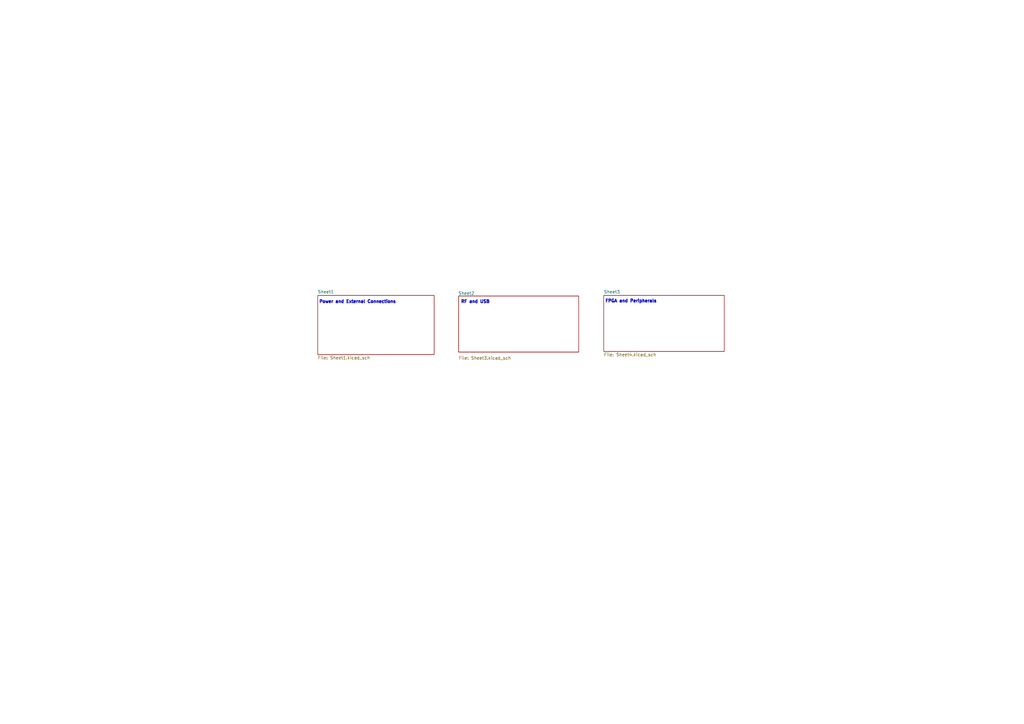
<source format=kicad_sch>
(kicad_sch
	(version 20231120)
	(generator "eeschema")
	(generator_version "8.0")
	(uuid "38786148-0fd1-46d3-8412-9a7876291ebf")
	(paper "A3")
	(lib_symbols)
	(text "RF and USB"
		(exclude_from_sim no)
		(at 188.976 124.587 0)
		(effects
			(font
				(size 1.27 1.27)
				(thickness 0.508)
				(bold yes)
			)
			(justify left bottom)
		)
		(uuid "043b7e35-9605-4796-a482-432c9a0015a1")
	)
	(text "Power and External Connections"
		(exclude_from_sim no)
		(at 130.81 124.587 0)
		(effects
			(font
				(size 1.27 1.27)
				(thickness 0.508)
				(bold yes)
			)
			(justify left bottom)
		)
		(uuid "b6537c33-9cdd-4499-891c-6d34ec6aa055")
	)
	(text "FPGA and Peripherals"
		(exclude_from_sim no)
		(at 248.158 124.333 0)
		(effects
			(font
				(size 1.27 1.27)
				(thickness 0.508)
				(bold yes)
			)
			(justify left bottom)
		)
		(uuid "f7a6f192-1bc1-4b9c-a4e4-5c87ab3ee11c")
	)
	(sheet
		(at 188.087 121.412)
		(size 49.276 22.987)
		(stroke
			(width 0.1524)
			(type solid)
		)
		(fill
			(color 0 0 0 0.0000)
		)
		(uuid "26408935-5483-4e64-b037-b34c2a58be86")
		(property "Sheetname" "Sheet2"
			(at 187.96 121.031 0)
			(effects
				(font
					(size 1.27 1.27)
				)
				(justify left bottom)
			)
		)
		(property "Sheetfile" "Sheet3.kicad_sch"
			(at 188.087 146.1266 0)
			(effects
				(font
					(size 1.27 1.27)
				)
				(justify left top)
			)
		)
		(instances
			(project "IO_SDR_1.1"
				(path "/38786148-0fd1-46d3-8412-9a7876291ebf"
					(page "3")
				)
			)
		)
	)
	(sheet
		(at 247.65 121.158)
		(size 49.403 22.987)
		(fields_autoplaced yes)
		(stroke
			(width 0.1524)
			(type solid)
		)
		(fill
			(color 0 0 0 0.0000)
		)
		(uuid "643e53b8-38bd-42e3-86de-6cc8c6c09224")
		(property "Sheetname" "Sheet3"
			(at 247.65 120.4464 0)
			(effects
				(font
					(size 1.27 1.27)
				)
				(justify left bottom)
			)
		)
		(property "Sheetfile" "Sheet4.kicad_sch"
			(at 247.65 144.7296 0)
			(effects
				(font
					(size 1.27 1.27)
				)
				(justify left top)
			)
		)
		(instances
			(project "IO_SDR_1.1"
				(path "/38786148-0fd1-46d3-8412-9a7876291ebf"
					(page "4")
				)
			)
		)
	)
	(sheet
		(at 130.302 121.158)
		(size 47.752 24.257)
		(fields_autoplaced yes)
		(stroke
			(width 0.1524)
			(type solid)
		)
		(fill
			(color 0 0 0 0.0000)
		)
		(uuid "b3b43e8b-7f47-4b04-880b-01695a760090")
		(property "Sheetname" "Sheet1"
			(at 130.302 120.4464 0)
			(effects
				(font
					(size 1.27 1.27)
				)
				(justify left bottom)
			)
		)
		(property "Sheetfile" "Sheet1.kicad_sch"
			(at 130.302 145.9996 0)
			(effects
				(font
					(size 1.27 1.27)
				)
				(justify left top)
			)
		)
		(instances
			(project "IO_SDR_1.1"
				(path "/38786148-0fd1-46d3-8412-9a7876291ebf"
					(page "1")
				)
			)
		)
	)
	(sheet_instances
		(path "/"
			(page "1")
		)
	)
)

</source>
